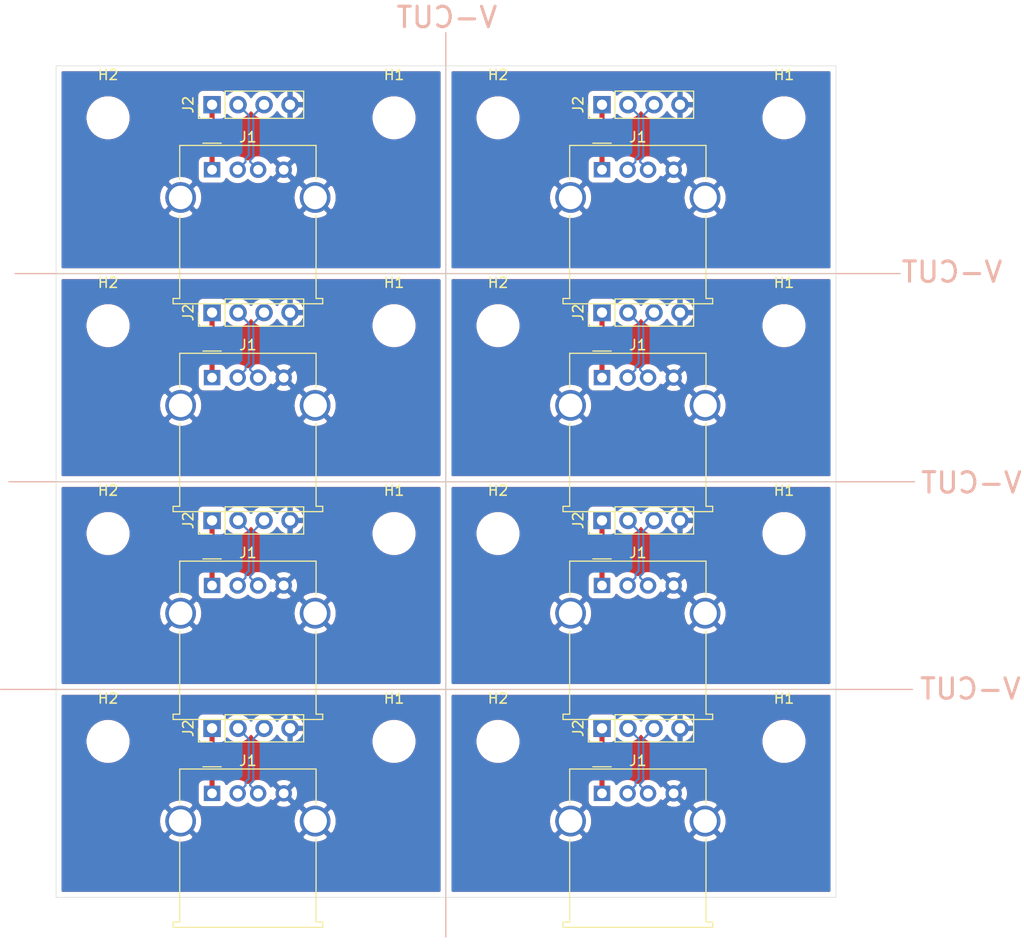
<source format=kicad_pcb>
(kicad_pcb (version 20171130) (host pcbnew "(5.1.6)-1")
  (layers (0 F.Cu signal) (31 B.Cu signal) (34 B.Paste user) (35 F.Paste user) (36 B.SilkS user) (37 F.SilkS user) (38 B.Mask user) (39 F.Mask user) (44 Edge.Cuts user))
  (net 0 "")
  (net 1 GND)
  (net 2 CAN+)
  (net 3 CAN-)
  (net 4 +5V)
  (module MountingHole:MountingHole_3.2mm_M3 (layer F.Cu) (at 134.3 70.32)
    (fp_text reference H2 (at 0 -4.2) (layer F.SilkS))
    (fp_text value MountingHole)
    (pad 1 np_thru_hole circle (at 0 0) (size 3.2 3.2) (drill 3.2) (layers *.Cu *.Mask))
  )
  (module MountingHole:MountingHole_3.2mm_M3 (layer F.Cu) (at 96.2 70.32)
    (fp_text reference H2 (at 0 -4.2) (layer F.SilkS))
    (fp_text value MountingHole)
    (pad 1 np_thru_hole circle (at 0 0) (size 3.2 3.2) (drill 3.2) (layers *.Cu *.Mask))
  )
  (module MountingHole:MountingHole_3.2mm_M3 (layer F.Cu) (at 134.3 90.64)
    (fp_text reference H2 (at 0 -4.2) (layer F.SilkS))
    (fp_text value MountingHole)
    (pad 1 np_thru_hole circle (at 0 0) (size 3.2 3.2) (drill 3.2) (layers *.Cu *.Mask))
  )
  (module MountingHole:MountingHole_3.2mm_M3 (layer F.Cu) (at 96.2 90.64)
    (fp_text reference H2 (at 0 -4.2) (layer F.SilkS))
    (fp_text value MountingHole)
    (pad 1 np_thru_hole circle (at 0 0) (size 3.2 3.2) (drill 3.2) (layers *.Cu *.Mask))
  )
  (module MountingHole:MountingHole_3.2mm_M3 (layer F.Cu) (at 134.3 110.96)
    (fp_text reference H2 (at 0 -4.2) (layer F.SilkS))
    (fp_text value MountingHole)
    (pad 1 np_thru_hole circle (at 0 0) (size 3.2 3.2) (drill 3.2) (layers *.Cu *.Mask))
  )
  (module MountingHole:MountingHole_3.2mm_M3 (layer F.Cu) (at 96.2 110.96)
    (fp_text reference H2 (at 0 -4.2) (layer F.SilkS))
    (fp_text value MountingHole)
    (pad 1 np_thru_hole circle (at 0 0) (size 3.2 3.2) (drill 3.2) (layers *.Cu *.Mask))
  )
  (module MountingHole:MountingHole_3.2mm_M3 (layer F.Cu) (at 134.3 131.28)
    (fp_text reference H2 (at 0 -4.2) (layer F.SilkS))
    (fp_text value MountingHole)
    (pad 1 np_thru_hole circle (at 0 0) (size 3.2 3.2) (drill 3.2) (layers *.Cu *.Mask))
  )
  (module Connector_USB:USB_A_Molex_67643_Horizontal (layer F.Cu) (at 144.46 75.4)
    (fp_text reference J1 (at 3.5 -3.19) (layer F.SilkS))
    (fp_text value USB_A)
    (fp_line (start -3.16 12.58) (end -3.16 4.47) (layer F.SilkS) (width 0.12))
    (fp_line (start -3.16 12.58) (end -3.81 12.58) (layer F.SilkS) (width 0.12))
    (fp_line (start -3.16 -2.38) (end 10.16 -2.38) (layer F.SilkS) (width 0.12))
    (fp_line (start -3.16 -2.38) (end -3.16 0.95) (layer F.SilkS) (width 0.12))
    (fp_line (start 10.16 -2.38) (end 10.16 0.95) (layer F.SilkS) (width 0.12))
    (fp_line (start 10.81 13.1) (end 10.81 12.58) (layer F.SilkS) (width 0.12))
    (fp_line (start -3.81 13.1) (end 10.81 13.1) (layer F.SilkS) (width 0.12))
    (fp_line (start 10.16 4.47) (end 10.16 12.58) (layer F.SilkS) (width 0.12))
    (fp_line (start -3.81 12.58) (end -3.81 13.1) (layer F.SilkS) (width 0.12))
    (fp_line (start 10.81 12.58) (end 10.16 12.58) (layer F.SilkS) (width 0.12))
    (fp_line (start -0.9 -2.6) (end 0.9 -2.6) (layer F.SilkS) (width 0.12))
    (pad 5 thru_hole circle (at -3.07 2.71) (size 3 3) (drill 2.3) (layers *.Cu *.Mask) (net 1 GND))
    (pad 5 thru_hole circle (at 10.07 2.71) (size 3 3) (drill 2.3) (layers *.Cu *.Mask) (net 1 GND))
    (pad 1 thru_hole rect (at 0 0) (size 1.6 1.5) (drill 0.95) (layers *.Cu *.Mask) (net 4 +5V))
    (pad 2 thru_hole circle (at 2.5 0) (size 1.6 1.6) (drill 0.95) (layers *.Cu *.Mask) (net 3 CAN-))
    (pad 3 thru_hole circle (at 4.5 0) (size 1.6 1.6) (drill 0.95) (layers *.Cu *.Mask) (net 2 CAN+))
    (pad 4 thru_hole circle (at 7 0) (size 1.6 1.6) (drill 0.95) (layers *.Cu *.Mask) (net 1 GND))
  )
  (module Connector_USB:USB_A_Molex_67643_Horizontal (layer F.Cu) (at 106.36 75.4)
    (fp_text reference J1 (at 3.5 -3.19) (layer F.SilkS))
    (fp_text value USB_A)
    (fp_line (start -3.16 12.58) (end -3.16 4.47) (layer F.SilkS) (width 0.12))
    (fp_line (start -3.16 12.58) (end -3.81 12.58) (layer F.SilkS) (width 0.12))
    (fp_line (start -3.16 -2.38) (end 10.16 -2.38) (layer F.SilkS) (width 0.12))
    (fp_line (start -3.16 -2.38) (end -3.16 0.95) (layer F.SilkS) (width 0.12))
    (fp_line (start 10.16 -2.38) (end 10.16 0.95) (layer F.SilkS) (width 0.12))
    (fp_line (start 10.81 13.1) (end 10.81 12.58) (layer F.SilkS) (width 0.12))
    (fp_line (start -3.81 13.1) (end 10.81 13.1) (layer F.SilkS) (width 0.12))
    (fp_line (start 10.16 4.47) (end 10.16 12.58) (layer F.SilkS) (width 0.12))
    (fp_line (start -3.81 12.58) (end -3.81 13.1) (layer F.SilkS) (width 0.12))
    (fp_line (start 10.81 12.58) (end 10.16 12.58) (layer F.SilkS) (width 0.12))
    (fp_line (start -0.9 -2.6) (end 0.9 -2.6) (layer F.SilkS) (width 0.12))
    (pad 5 thru_hole circle (at -3.07 2.71) (size 3 3) (drill 2.3) (layers *.Cu *.Mask) (net 1 GND))
    (pad 5 thru_hole circle (at 10.07 2.71) (size 3 3) (drill 2.3) (layers *.Cu *.Mask) (net 1 GND))
    (pad 1 thru_hole rect (at 0 0) (size 1.6 1.5) (drill 0.95) (layers *.Cu *.Mask) (net 4 +5V))
    (pad 2 thru_hole circle (at 2.5 0) (size 1.6 1.6) (drill 0.95) (layers *.Cu *.Mask) (net 3 CAN-))
    (pad 3 thru_hole circle (at 4.5 0) (size 1.6 1.6) (drill 0.95) (layers *.Cu *.Mask) (net 2 CAN+))
    (pad 4 thru_hole circle (at 7 0) (size 1.6 1.6) (drill 0.95) (layers *.Cu *.Mask) (net 1 GND))
  )
  (module Connector_USB:USB_A_Molex_67643_Horizontal (layer F.Cu) (at 144.46 95.72)
    (fp_text reference J1 (at 3.5 -3.19) (layer F.SilkS))
    (fp_text value USB_A)
    (fp_line (start -3.16 12.58) (end -3.16 4.47) (layer F.SilkS) (width 0.12))
    (fp_line (start -3.16 12.58) (end -3.81 12.58) (layer F.SilkS) (width 0.12))
    (fp_line (start -3.16 -2.38) (end 10.16 -2.38) (layer F.SilkS) (width 0.12))
    (fp_line (start -3.16 -2.38) (end -3.16 0.95) (layer F.SilkS) (width 0.12))
    (fp_line (start 10.16 -2.38) (end 10.16 0.95) (layer F.SilkS) (width 0.12))
    (fp_line (start 10.81 13.1) (end 10.81 12.58) (layer F.SilkS) (width 0.12))
    (fp_line (start -3.81 13.1) (end 10.81 13.1) (layer F.SilkS) (width 0.12))
    (fp_line (start 10.16 4.47) (end 10.16 12.58) (layer F.SilkS) (width 0.12))
    (fp_line (start -3.81 12.58) (end -3.81 13.1) (layer F.SilkS) (width 0.12))
    (fp_line (start 10.81 12.58) (end 10.16 12.58) (layer F.SilkS) (width 0.12))
    (fp_line (start -0.9 -2.6) (end 0.9 -2.6) (layer F.SilkS) (width 0.12))
    (pad 5 thru_hole circle (at -3.07 2.71) (size 3 3) (drill 2.3) (layers *.Cu *.Mask) (net 1 GND))
    (pad 5 thru_hole circle (at 10.07 2.71) (size 3 3) (drill 2.3) (layers *.Cu *.Mask) (net 1 GND))
    (pad 1 thru_hole rect (at 0 0) (size 1.6 1.5) (drill 0.95) (layers *.Cu *.Mask) (net 4 +5V))
    (pad 2 thru_hole circle (at 2.5 0) (size 1.6 1.6) (drill 0.95) (layers *.Cu *.Mask) (net 3 CAN-))
    (pad 3 thru_hole circle (at 4.5 0) (size 1.6 1.6) (drill 0.95) (layers *.Cu *.Mask) (net 2 CAN+))
    (pad 4 thru_hole circle (at 7 0) (size 1.6 1.6) (drill 0.95) (layers *.Cu *.Mask) (net 1 GND))
  )
  (module Connector_USB:USB_A_Molex_67643_Horizontal (layer F.Cu) (at 106.36 95.72)
    (fp_text reference J1 (at 3.5 -3.19) (layer F.SilkS))
    (fp_text value USB_A)
    (fp_line (start -3.16 12.58) (end -3.16 4.47) (layer F.SilkS) (width 0.12))
    (fp_line (start -3.16 12.58) (end -3.81 12.58) (layer F.SilkS) (width 0.12))
    (fp_line (start -3.16 -2.38) (end 10.16 -2.38) (layer F.SilkS) (width 0.12))
    (fp_line (start -3.16 -2.38) (end -3.16 0.95) (layer F.SilkS) (width 0.12))
    (fp_line (start 10.16 -2.38) (end 10.16 0.95) (layer F.SilkS) (width 0.12))
    (fp_line (start 10.81 13.1) (end 10.81 12.58) (layer F.SilkS) (width 0.12))
    (fp_line (start -3.81 13.1) (end 10.81 13.1) (layer F.SilkS) (width 0.12))
    (fp_line (start 10.16 4.47) (end 10.16 12.58) (layer F.SilkS) (width 0.12))
    (fp_line (start -3.81 12.58) (end -3.81 13.1) (layer F.SilkS) (width 0.12))
    (fp_line (start 10.81 12.58) (end 10.16 12.58) (layer F.SilkS) (width 0.12))
    (fp_line (start -0.9 -2.6) (end 0.9 -2.6) (layer F.SilkS) (width 0.12))
    (pad 5 thru_hole circle (at -3.07 2.71) (size 3 3) (drill 2.3) (layers *.Cu *.Mask) (net 1 GND))
    (pad 5 thru_hole circle (at 10.07 2.71) (size 3 3) (drill 2.3) (layers *.Cu *.Mask) (net 1 GND))
    (pad 1 thru_hole rect (at 0 0) (size 1.6 1.5) (drill 0.95) (layers *.Cu *.Mask) (net 4 +5V))
    (pad 2 thru_hole circle (at 2.5 0) (size 1.6 1.6) (drill 0.95) (layers *.Cu *.Mask) (net 3 CAN-))
    (pad 3 thru_hole circle (at 4.5 0) (size 1.6 1.6) (drill 0.95) (layers *.Cu *.Mask) (net 2 CAN+))
    (pad 4 thru_hole circle (at 7 0) (size 1.6 1.6) (drill 0.95) (layers *.Cu *.Mask) (net 1 GND))
  )
  (module Connector_USB:USB_A_Molex_67643_Horizontal (layer F.Cu) (at 144.46 116.04)
    (fp_text reference J1 (at 3.5 -3.19) (layer F.SilkS))
    (fp_text value USB_A)
    (fp_line (start -3.16 12.58) (end -3.16 4.47) (layer F.SilkS) (width 0.12))
    (fp_line (start -3.16 12.58) (end -3.81 12.58) (layer F.SilkS) (width 0.12))
    (fp_line (start -3.16 -2.38) (end 10.16 -2.38) (layer F.SilkS) (width 0.12))
    (fp_line (start -3.16 -2.38) (end -3.16 0.95) (layer F.SilkS) (width 0.12))
    (fp_line (start 10.16 -2.38) (end 10.16 0.95) (layer F.SilkS) (width 0.12))
    (fp_line (start 10.81 13.1) (end 10.81 12.58) (layer F.SilkS) (width 0.12))
    (fp_line (start -3.81 13.1) (end 10.81 13.1) (layer F.SilkS) (width 0.12))
    (fp_line (start 10.16 4.47) (end 10.16 12.58) (layer F.SilkS) (width 0.12))
    (fp_line (start -3.81 12.58) (end -3.81 13.1) (layer F.SilkS) (width 0.12))
    (fp_line (start 10.81 12.58) (end 10.16 12.58) (layer F.SilkS) (width 0.12))
    (fp_line (start -0.9 -2.6) (end 0.9 -2.6) (layer F.SilkS) (width 0.12))
    (pad 5 thru_hole circle (at -3.07 2.71) (size 3 3) (drill 2.3) (layers *.Cu *.Mask) (net 1 GND))
    (pad 5 thru_hole circle (at 10.07 2.71) (size 3 3) (drill 2.3) (layers *.Cu *.Mask) (net 1 GND))
    (pad 1 thru_hole rect (at 0 0) (size 1.6 1.5) (drill 0.95) (layers *.Cu *.Mask) (net 4 +5V))
    (pad 2 thru_hole circle (at 2.5 0) (size 1.6 1.6) (drill 0.95) (layers *.Cu *.Mask) (net 3 CAN-))
    (pad 3 thru_hole circle (at 4.5 0) (size 1.6 1.6) (drill 0.95) (layers *.Cu *.Mask) (net 2 CAN+))
    (pad 4 thru_hole circle (at 7 0) (size 1.6 1.6) (drill 0.95) (layers *.Cu *.Mask) (net 1 GND))
  )
  (module Connector_USB:USB_A_Molex_67643_Horizontal (layer F.Cu) (at 106.36 116.04)
    (fp_text reference J1 (at 3.5 -3.19) (layer F.SilkS))
    (fp_text value USB_A)
    (fp_line (start -3.16 12.58) (end -3.16 4.47) (layer F.SilkS) (width 0.12))
    (fp_line (start -3.16 12.58) (end -3.81 12.58) (layer F.SilkS) (width 0.12))
    (fp_line (start -3.16 -2.38) (end 10.16 -2.38) (layer F.SilkS) (width 0.12))
    (fp_line (start -3.16 -2.38) (end -3.16 0.95) (layer F.SilkS) (width 0.12))
    (fp_line (start 10.16 -2.38) (end 10.16 0.95) (layer F.SilkS) (width 0.12))
    (fp_line (start 10.81 13.1) (end 10.81 12.58) (layer F.SilkS) (width 0.12))
    (fp_line (start -3.81 13.1) (end 10.81 13.1) (layer F.SilkS) (width 0.12))
    (fp_line (start 10.16 4.47) (end 10.16 12.58) (layer F.SilkS) (width 0.12))
    (fp_line (start -3.81 12.58) (end -3.81 13.1) (layer F.SilkS) (width 0.12))
    (fp_line (start 10.81 12.58) (end 10.16 12.58) (layer F.SilkS) (width 0.12))
    (fp_line (start -0.9 -2.6) (end 0.9 -2.6) (layer F.SilkS) (width 0.12))
    (pad 5 thru_hole circle (at -3.07 2.71) (size 3 3) (drill 2.3) (layers *.Cu *.Mask) (net 1 GND))
    (pad 5 thru_hole circle (at 10.07 2.71) (size 3 3) (drill 2.3) (layers *.Cu *.Mask) (net 1 GND))
    (pad 1 thru_hole rect (at 0 0) (size 1.6 1.5) (drill 0.95) (layers *.Cu *.Mask) (net 4 +5V))
    (pad 2 thru_hole circle (at 2.5 0) (size 1.6 1.6) (drill 0.95) (layers *.Cu *.Mask) (net 3 CAN-))
    (pad 3 thru_hole circle (at 4.5 0) (size 1.6 1.6) (drill 0.95) (layers *.Cu *.Mask) (net 2 CAN+))
    (pad 4 thru_hole circle (at 7 0) (size 1.6 1.6) (drill 0.95) (layers *.Cu *.Mask) (net 1 GND))
  )
  (module Connector_USB:USB_A_Molex_67643_Horizontal (layer F.Cu) (at 144.46 136.36)
    (fp_text reference J1 (at 3.5 -3.19) (layer F.SilkS))
    (fp_text value USB_A)
    (fp_line (start -3.16 12.58) (end -3.16 4.47) (layer F.SilkS) (width 0.12))
    (fp_line (start -3.16 12.58) (end -3.81 12.58) (layer F.SilkS) (width 0.12))
    (fp_line (start -3.16 -2.38) (end 10.16 -2.38) (layer F.SilkS) (width 0.12))
    (fp_line (start -3.16 -2.38) (end -3.16 0.95) (layer F.SilkS) (width 0.12))
    (fp_line (start 10.16 -2.38) (end 10.16 0.95) (layer F.SilkS) (width 0.12))
    (fp_line (start 10.81 13.1) (end 10.81 12.58) (layer F.SilkS) (width 0.12))
    (fp_line (start -3.81 13.1) (end 10.81 13.1) (layer F.SilkS) (width 0.12))
    (fp_line (start 10.16 4.47) (end 10.16 12.58) (layer F.SilkS) (width 0.12))
    (fp_line (start -3.81 12.58) (end -3.81 13.1) (layer F.SilkS) (width 0.12))
    (fp_line (start 10.81 12.58) (end 10.16 12.58) (layer F.SilkS) (width 0.12))
    (fp_line (start -0.9 -2.6) (end 0.9 -2.6) (layer F.SilkS) (width 0.12))
    (pad 5 thru_hole circle (at -3.07 2.71) (size 3 3) (drill 2.3) (layers *.Cu *.Mask) (net 1 GND))
    (pad 5 thru_hole circle (at 10.07 2.71) (size 3 3) (drill 2.3) (layers *.Cu *.Mask) (net 1 GND))
    (pad 1 thru_hole rect (at 0 0) (size 1.6 1.5) (drill 0.95) (layers *.Cu *.Mask) (net 4 +5V))
    (pad 2 thru_hole circle (at 2.5 0) (size 1.6 1.6) (drill 0.95) (layers *.Cu *.Mask) (net 3 CAN-))
    (pad 3 thru_hole circle (at 4.5 0) (size 1.6 1.6) (drill 0.95) (layers *.Cu *.Mask) (net 2 CAN+))
    (pad 4 thru_hole circle (at 7 0) (size 1.6 1.6) (drill 0.95) (layers *.Cu *.Mask) (net 1 GND))
  )
  (module Connector_PinHeader_2.54mm:PinHeader_1x04_P2.54mm_Vertical (layer F.Cu) (at 144.46 69.04 90)
    (fp_text reference J2 (at 0 -2.33 90) (layer F.SilkS))
    (fp_text value Conn_01x04)
    (fp_line (start -1.33 8.95) (end 1.33 8.95) (layer F.SilkS) (width 0.12))
    (fp_line (start -1.33 1.27) (end -1.33 8.95) (layer F.SilkS) (width 0.12))
    (fp_line (start 1.33 1.27) (end 1.33 8.95) (layer F.SilkS) (width 0.12))
    (fp_line (start -1.33 1.27) (end 1.33 1.27) (layer F.SilkS) (width 0.12))
    (fp_line (start -1.33 0) (end -1.33 -1.33) (layer F.SilkS) (width 0.12))
    (fp_line (start -1.33 -1.33) (end 0 -1.33) (layer F.SilkS) (width 0.12))
    (pad 1 thru_hole rect (at 0 0 90) (size 1.7 1.7) (drill 1) (layers *.Cu *.Mask) (net 4 +5V))
    (pad 2 thru_hole oval (at 0 2.54 90) (size 1.7 1.7) (drill 1) (layers *.Cu *.Mask) (net 3 CAN-))
    (pad 3 thru_hole oval (at 0 5.08 90) (size 1.7 1.7) (drill 1) (layers *.Cu *.Mask) (net 2 CAN+))
    (pad 4 thru_hole oval (at 0 7.62 90) (size 1.7 1.7) (drill 1) (layers *.Cu *.Mask) (net 1 GND))
  )
  (module Connector_PinHeader_2.54mm:PinHeader_1x04_P2.54mm_Vertical (layer F.Cu) (at 106.36 69.04 90)
    (fp_text reference J2 (at 0 -2.33 90) (layer F.SilkS))
    (fp_text value Conn_01x04)
    (fp_line (start -1.33 8.95) (end 1.33 8.95) (layer F.SilkS) (width 0.12))
    (fp_line (start -1.33 1.27) (end -1.33 8.95) (layer F.SilkS) (width 0.12))
    (fp_line (start 1.33 1.27) (end 1.33 8.95) (layer F.SilkS) (width 0.12))
    (fp_line (start -1.33 1.27) (end 1.33 1.27) (layer F.SilkS) (width 0.12))
    (fp_line (start -1.33 0) (end -1.33 -1.33) (layer F.SilkS) (width 0.12))
    (fp_line (start -1.33 -1.33) (end 0 -1.33) (layer F.SilkS) (width 0.12))
    (pad 1 thru_hole rect (at 0 0 90) (size 1.7 1.7) (drill 1) (layers *.Cu *.Mask) (net 4 +5V))
    (pad 2 thru_hole oval (at 0 2.54 90) (size 1.7 1.7) (drill 1) (layers *.Cu *.Mask) (net 3 CAN-))
    (pad 3 thru_hole oval (at 0 5.08 90) (size 1.7 1.7) (drill 1) (layers *.Cu *.Mask) (net 2 CAN+))
    (pad 4 thru_hole oval (at 0 7.62 90) (size 1.7 1.7) (drill 1) (layers *.Cu *.Mask) (net 1 GND))
  )
  (module Connector_PinHeader_2.54mm:PinHeader_1x04_P2.54mm_Vertical (layer F.Cu) (at 144.46 89.36 90)
    (fp_text reference J2 (at 0 -2.33 90) (layer F.SilkS))
    (fp_text value Conn_01x04)
    (fp_line (start -1.33 8.95) (end 1.33 8.95) (layer F.SilkS) (width 0.12))
    (fp_line (start -1.33 1.27) (end -1.33 8.95) (layer F.SilkS) (width 0.12))
    (fp_line (start 1.33 1.27) (end 1.33 8.95) (layer F.SilkS) (width 0.12))
    (fp_line (start -1.33 1.27) (end 1.33 1.27) (layer F.SilkS) (width 0.12))
    (fp_line (start -1.33 0) (end -1.33 -1.33) (layer F.SilkS) (width 0.12))
    (fp_line (start -1.33 -1.33) (end 0 -1.33) (layer F.SilkS) (width 0.12))
    (pad 1 thru_hole rect (at 0 0 90) (size 1.7 1.7) (drill 1) (layers *.Cu *.Mask) (net 4 +5V))
    (pad 2 thru_hole oval (at 0 2.54 90) (size 1.7 1.7) (drill 1) (layers *.Cu *.Mask) (net 3 CAN-))
    (pad 3 thru_hole oval (at 0 5.08 90) (size 1.7 1.7) (drill 1) (layers *.Cu *.Mask) (net 2 CAN+))
    (pad 4 thru_hole oval (at 0 7.62 90) (size 1.7 1.7) (drill 1) (layers *.Cu *.Mask) (net 1 GND))
  )
  (module Connector_PinHeader_2.54mm:PinHeader_1x04_P2.54mm_Vertical (layer F.Cu) (at 106.36 89.36 90)
    (fp_text reference J2 (at 0 -2.33 90) (layer F.SilkS))
    (fp_text value Conn_01x04)
    (fp_line (start -1.33 8.95) (end 1.33 8.95) (layer F.SilkS) (width 0.12))
    (fp_line (start -1.33 1.27) (end -1.33 8.95) (layer F.SilkS) (width 0.12))
    (fp_line (start 1.33 1.27) (end 1.33 8.95) (layer F.SilkS) (width 0.12))
    (fp_line (start -1.33 1.27) (end 1.33 1.27) (layer F.SilkS) (width 0.12))
    (fp_line (start -1.33 0) (end -1.33 -1.33) (layer F.SilkS) (width 0.12))
    (fp_line (start -1.33 -1.33) (end 0 -1.33) (layer F.SilkS) (width 0.12))
    (pad 1 thru_hole rect (at 0 0 90) (size 1.7 1.7) (drill 1) (layers *.Cu *.Mask) (net 4 +5V))
    (pad 2 thru_hole oval (at 0 2.54 90) (size 1.7 1.7) (drill 1) (layers *.Cu *.Mask) (net 3 CAN-))
    (pad 3 thru_hole oval (at 0 5.08 90) (size 1.7 1.7) (drill 1) (layers *.Cu *.Mask) (net 2 CAN+))
    (pad 4 thru_hole oval (at 0 7.62 90) (size 1.7 1.7) (drill 1) (layers *.Cu *.Mask) (net 1 GND))
  )
  (module Connector_PinHeader_2.54mm:PinHeader_1x04_P2.54mm_Vertical (layer F.Cu) (at 144.46 109.68 90)
    (fp_text reference J2 (at 0 -2.33 90) (layer F.SilkS))
    (fp_text value Conn_01x04)
    (fp_line (start -1.33 8.95) (end 1.33 8.95) (layer F.SilkS) (width 0.12))
    (fp_line (start -1.33 1.27) (end -1.33 8.95) (layer F.SilkS) (width 0.12))
    (fp_line (start 1.33 1.27) (end 1.33 8.95) (layer F.SilkS) (width 0.12))
    (fp_line (start -1.33 1.27) (end 1.33 1.27) (layer F.SilkS) (width 0.12))
    (fp_line (start -1.33 0) (end -1.33 -1.33) (layer F.SilkS) (width 0.12))
    (fp_line (start -1.33 -1.33) (end 0 -1.33) (layer F.SilkS) (width 0.12))
    (pad 1 thru_hole rect (at 0 0 90) (size 1.7 1.7) (drill 1) (layers *.Cu *.Mask) (net 4 +5V))
    (pad 2 thru_hole oval (at 0 2.54 90) (size 1.7 1.7) (drill 1) (layers *.Cu *.Mask) (net 3 CAN-))
    (pad 3 thru_hole oval (at 0 5.08 90) (size 1.7 1.7) (drill 1) (layers *.Cu *.Mask) (net 2 CAN+))
    (pad 4 thru_hole oval (at 0 7.62 90) (size 1.7 1.7) (drill 1) (layers *.Cu *.Mask) (net 1 GND))
  )
  (module Connector_PinHeader_2.54mm:PinHeader_1x04_P2.54mm_Vertical (layer F.Cu) (at 106.36 109.68 90)
    (fp_text reference J2 (at 0 -2.33 90) (layer F.SilkS))
    (fp_text value Conn_01x04)
    (fp_line (start -1.33 8.95) (end 1.33 8.95) (layer F.SilkS) (width 0.12))
    (fp_line (start -1.33 1.27) (end -1.33 8.95) (layer F.SilkS) (width 0.12))
    (fp_line (start 1.33 1.27) (end 1.33 8.95) (layer F.SilkS) (width 0.12))
    (fp_line (start -1.33 1.27) (end 1.33 1.27) (layer F.SilkS) (width 0.12))
    (fp_line (start -1.33 0) (end -1.33 -1.33) (layer F.SilkS) (width 0.12))
    (fp_line (start -1.33 -1.33) (end 0 -1.33) (layer F.SilkS) (width 0.12))
    (pad 1 thru_hole rect (at 0 0 90) (size 1.7 1.7) (drill 1) (layers *.Cu *.Mask) (net 4 +5V))
    (pad 2 thru_hole oval (at 0 2.54 90) (size 1.7 1.7) (drill 1) (layers *.Cu *.Mask) (net 3 CAN-))
    (pad 3 thru_hole oval (at 0 5.08 90) (size 1.7 1.7) (drill 1) (layers *.Cu *.Mask) (net 2 CAN+))
    (pad 4 thru_hole oval (at 0 7.62 90) (size 1.7 1.7) (drill 1) (layers *.Cu *.Mask) (net 1 GND))
  )
  (module Connector_PinHeader_2.54mm:PinHeader_1x04_P2.54mm_Vertical (layer F.Cu) (at 144.46 130 90)
    (fp_text reference J2 (at 0 -2.33 90) (layer F.SilkS))
    (fp_text value Conn_01x04)
    (fp_line (start -1.33 8.95) (end 1.33 8.95) (layer F.SilkS) (width 0.12))
    (fp_line (start -1.33 1.27) (end -1.33 8.95) (layer F.SilkS) (width 0.12))
    (fp_line (start 1.33 1.27) (end 1.33 8.95) (layer F.SilkS) (width 0.12))
    (fp_line (start -1.33 1.27) (end 1.33 1.27) (layer F.SilkS) (width 0.12))
    (fp_line (start -1.33 0) (end -1.33 -1.33) (layer F.SilkS) (width 0.12))
    (fp_line (start -1.33 -1.33) (end 0 -1.33) (layer F.SilkS) (width 0.12))
    (pad 1 thru_hole rect (at 0 0 90) (size 1.7 1.7) (drill 1) (layers *.Cu *.Mask) (net 4 +5V))
    (pad 2 thru_hole oval (at 0 2.54 90) (size 1.7 1.7) (drill 1) (layers *.Cu *.Mask) (net 3 CAN-))
    (pad 3 thru_hole oval (at 0 5.08 90) (size 1.7 1.7) (drill 1) (layers *.Cu *.Mask) (net 2 CAN+))
    (pad 4 thru_hole oval (at 0 7.62 90) (size 1.7 1.7) (drill 1) (layers *.Cu *.Mask) (net 1 GND))
  )
  (module MountingHole:MountingHole_3.2mm_M3 (layer F.Cu) (at 162.24 70.32)
    (fp_text reference H1 (at 0 -4.2) (layer F.SilkS))
    (fp_text value MountingHole)
    (pad 1 np_thru_hole circle (at 0 0) (size 3.2 3.2) (drill 3.2) (layers *.Cu *.Mask))
  )
  (module MountingHole:MountingHole_3.2mm_M3 (layer F.Cu) (at 124.14 70.32)
    (fp_text reference H1 (at 0 -4.2) (layer F.SilkS))
    (fp_text value MountingHole)
    (pad 1 np_thru_hole circle (at 0 0) (size 3.2 3.2) (drill 3.2) (layers *.Cu *.Mask))
  )
  (module MountingHole:MountingHole_3.2mm_M3 (layer F.Cu) (at 162.24 90.64)
    (fp_text reference H1 (at 0 -4.2) (layer F.SilkS))
    (fp_text value MountingHole)
    (pad 1 np_thru_hole circle (at 0 0) (size 3.2 3.2) (drill 3.2) (layers *.Cu *.Mask))
  )
  (module MountingHole:MountingHole_3.2mm_M3 (layer F.Cu) (at 124.14 90.64)
    (fp_text reference H1 (at 0 -4.2) (layer F.SilkS))
    (fp_text value MountingHole)
    (pad 1 np_thru_hole circle (at 0 0) (size 3.2 3.2) (drill 3.2) (layers *.Cu *.Mask))
  )
  (module MountingHole:MountingHole_3.2mm_M3 (layer F.Cu) (at 162.24 110.96)
    (fp_text reference H1 (at 0 -4.2) (layer F.SilkS))
    (fp_text value MountingHole)
    (pad 1 np_thru_hole circle (at 0 0) (size 3.2 3.2) (drill 3.2) (layers *.Cu *.Mask))
  )
  (module MountingHole:MountingHole_3.2mm_M3 (layer F.Cu) (at 124.14 110.96)
    (fp_text reference H1 (at 0 -4.2) (layer F.SilkS))
    (fp_text value MountingHole)
    (pad 1 np_thru_hole circle (at 0 0) (size 3.2 3.2) (drill 3.2) (layers *.Cu *.Mask))
  )
  (module MountingHole:MountingHole_3.2mm_M3 (layer F.Cu) (at 162.24 131.28)
    (fp_text reference H1 (at 0 -4.2) (layer F.SilkS))
    (fp_text value MountingHole)
    (pad 1 np_thru_hole circle (at 0 0) (size 3.2 3.2) (drill 3.2) (layers *.Cu *.Mask))
  )
  (module MountingHole:MountingHole_3.2mm_M3 (layer F.Cu) (at 124.14 131.28)
    (fp_text reference H1 (at 0 -4.2) (layer F.SilkS))
    (fp_text value MountingHole)
    (pad 1 np_thru_hole circle (at 0 0) (size 3.2 3.2) (drill 3.2) (layers *.Cu *.Mask))
  )
  (module Connector_PinHeader_2.54mm:PinHeader_1x04_P2.54mm_Vertical (layer F.Cu) (at 106.36 130 90)
    (fp_text reference J2 (at 0 -2.33 90) (layer F.SilkS))
    (fp_text value Conn_01x04)
    (fp_line (start -1.33 -1.33) (end 0 -1.33) (layer F.SilkS) (width 0.12))
    (fp_line (start -1.33 0) (end -1.33 -1.33) (layer F.SilkS) (width 0.12))
    (fp_line (start -1.33 1.27) (end 1.33 1.27) (layer F.SilkS) (width 0.12))
    (fp_line (start 1.33 1.27) (end 1.33 8.95) (layer F.SilkS) (width 0.12))
    (fp_line (start -1.33 1.27) (end -1.33 8.95) (layer F.SilkS) (width 0.12))
    (fp_line (start -1.33 8.95) (end 1.33 8.95) (layer F.SilkS) (width 0.12))
    (pad 4 thru_hole oval (at 0 7.62 90) (size 1.7 1.7) (drill 1) (layers *.Cu *.Mask) (net 1 GND))
    (pad 3 thru_hole oval (at 0 5.08 90) (size 1.7 1.7) (drill 1) (layers *.Cu *.Mask) (net 2 CAN+))
    (pad 2 thru_hole oval (at 0 2.54 90) (size 1.7 1.7) (drill 1) (layers *.Cu *.Mask) (net 3 CAN-))
    (pad 1 thru_hole rect (at 0 0 90) (size 1.7 1.7) (drill 1) (layers *.Cu *.Mask) (net 4 +5V))
  )
  (module Connector_USB:USB_A_Molex_67643_Horizontal (layer F.Cu) (at 106.36 136.36)
    (fp_text reference J1 (at 3.5 -3.19) (layer F.SilkS))
    (fp_text value USB_A)
    (fp_line (start -0.9 -2.6) (end 0.9 -2.6) (layer F.SilkS) (width 0.12))
    (fp_line (start 10.81 12.58) (end 10.16 12.58) (layer F.SilkS) (width 0.12))
    (fp_line (start -3.81 12.58) (end -3.81 13.1) (layer F.SilkS) (width 0.12))
    (fp_line (start 10.16 4.47) (end 10.16 12.58) (layer F.SilkS) (width 0.12))
    (fp_line (start -3.81 13.1) (end 10.81 13.1) (layer F.SilkS) (width 0.12))
    (fp_line (start 10.81 13.1) (end 10.81 12.58) (layer F.SilkS) (width 0.12))
    (fp_line (start 10.16 -2.38) (end 10.16 0.95) (layer F.SilkS) (width 0.12))
    (fp_line (start -3.16 -2.38) (end -3.16 0.95) (layer F.SilkS) (width 0.12))
    (fp_line (start -3.16 -2.38) (end 10.16 -2.38) (layer F.SilkS) (width 0.12))
    (fp_line (start -3.16 12.58) (end -3.81 12.58) (layer F.SilkS) (width 0.12))
    (fp_line (start -3.16 12.58) (end -3.16 4.47) (layer F.SilkS) (width 0.12))
    (pad 4 thru_hole circle (at 7 0) (size 1.6 1.6) (drill 0.95) (layers *.Cu *.Mask) (net 1 GND))
    (pad 3 thru_hole circle (at 4.5 0) (size 1.6 1.6) (drill 0.95) (layers *.Cu *.Mask) (net 2 CAN+))
    (pad 2 thru_hole circle (at 2.5 0) (size 1.6 1.6) (drill 0.95) (layers *.Cu *.Mask) (net 3 CAN-))
    (pad 1 thru_hole rect (at 0 0) (size 1.6 1.5) (drill 0.95) (layers *.Cu *.Mask) (net 4 +5V))
    (pad 5 thru_hole circle (at 10.07 2.71) (size 3 3) (drill 2.3) (layers *.Cu *.Mask) (net 1 GND))
    (pad 5 thru_hole circle (at -3.07 2.71) (size 3 3) (drill 2.3) (layers *.Cu *.Mask) (net 1 GND))
  )
  (module MountingHole:MountingHole_3.2mm_M3 (layer F.Cu) (at 96.2 131.28)
    (fp_text reference H2 (at 0 -4.2) (layer F.SilkS))
    (fp_text value MountingHole)
    (pad 1 np_thru_hole circle (at 0 0) (size 3.2 3.2) (drill 3.2) (layers *.Cu *.Mask))
  )
  (gr_text V-CUT (at 180.45 126.15) (layer B.SilkS) (effects (font (size 2 2) (thickness 0.3)) (justify mirror)))
  (gr_text V-CUT (at 180.55 106) (layer B.SilkS) (effects (font (size 2 2) (thickness 0.3)) (justify mirror)))
  (gr_text V-CUT (at 178.65 85.4) (layer B.SilkS) (effects (font (size 2 2) (thickness 0.3)) (justify mirror)))
  (gr_line (start 85.7 126.2) (end 174.8 126.2) (layer B.SilkS) (width 0.12))
  (gr_line (start 86.5 105.9) (end 175 105.9) (layer B.SilkS) (width 0.12))
  (gr_line (start 87.1 85.55) (end 173.6 85.55) (layer B.SilkS) (width 0.12))
  (gr_text V-CUT (at 129.3 60.5) (layer B.SilkS) (effects (font (size 2 2) (thickness 0.3)) (justify mirror)))
  (gr_line (start 129.2 62) (end 129.2 150.4) (layer B.SilkS) (width 0.12))
  (gr_line (start 129.22 85.56) (end 129.22 65.24) (layer Edge.Cuts) (width 0.05))
  (gr_line (start 91.12 85.56) (end 91.12 65.24) (layer Edge.Cuts) (width 0.05))
  (gr_line (start 129.22 105.88) (end 129.22 85.56) (layer Edge.Cuts) (width 0.05))
  (gr_line (start 91.12 105.88) (end 91.12 85.56) (layer Edge.Cuts) (width 0.05))
  (gr_line (start 129.22 126.2) (end 129.22 105.88) (layer Edge.Cuts) (width 0.05))
  (gr_line (start 91.12 126.2) (end 91.12 105.88) (layer Edge.Cuts) (width 0.05))
  (gr_line (start 129.22 146.52) (end 129.22 126.2) (layer Edge.Cuts) (width 0.05))
  (gr_line (start 167.32 85.56) (end 129.22 85.56) (layer Edge.Cuts) (width 0.05))
  (gr_line (start 129.22 85.56) (end 91.12 85.56) (layer Edge.Cuts) (width 0.05))
  (gr_line (start 167.32 105.88) (end 129.22 105.88) (layer Edge.Cuts) (width 0.05))
  (gr_line (start 129.22 105.88) (end 91.12 105.88) (layer Edge.Cuts) (width 0.05))
  (gr_line (start 167.32 126.2) (end 129.22 126.2) (layer Edge.Cuts) (width 0.05))
  (gr_line (start 129.22 126.2) (end 91.12 126.2) (layer Edge.Cuts) (width 0.05))
  (gr_line (start 167.32 146.52) (end 129.22 146.52) (layer Edge.Cuts) (width 0.05))
  (gr_line (start 129.22 65.24) (end 167.32 65.24) (layer Edge.Cuts) (width 0.05))
  (gr_line (start 91.12 65.24) (end 129.22 65.24) (layer Edge.Cuts) (width 0.05))
  (gr_line (start 129.22 85.56) (end 167.32 85.56) (layer Edge.Cuts) (width 0.05))
  (gr_line (start 91.12 85.56) (end 129.22 85.56) (layer Edge.Cuts) (width 0.05))
  (gr_line (start 129.22 105.88) (end 167.32 105.88) (layer Edge.Cuts) (width 0.05))
  (gr_line (start 91.12 105.88) (end 129.22 105.88) (layer Edge.Cuts) (width 0.05))
  (gr_line (start 129.22 126.2) (end 167.32 126.2) (layer Edge.Cuts) (width 0.05))
  (gr_line (start 167.32 65.24) (end 167.32 85.56) (layer Edge.Cuts) (width 0.05))
  (gr_line (start 129.22 65.24) (end 129.22 85.56) (layer Edge.Cuts) (width 0.05))
  (gr_line (start 167.32 85.56) (end 167.32 105.88) (layer Edge.Cuts) (width 0.05))
  (gr_line (start 129.22 85.56) (end 129.22 105.88) (layer Edge.Cuts) (width 0.05))
  (gr_line (start 167.32 105.88) (end 167.32 126.2) (layer Edge.Cuts) (width 0.05))
  (gr_line (start 129.22 105.88) (end 129.22 126.2) (layer Edge.Cuts) (width 0.05))
  (gr_line (start 167.32 126.2) (end 167.32 146.52) (layer Edge.Cuts) (width 0.05))
  (gr_line (start 129.22 126.2) (end 129.22 146.52) (layer Edge.Cuts) (width 0.05))
  (gr_line (start 91.12 126.2) (end 129.22 126.2) (layer Edge.Cuts) (width 0.05))
  (gr_line (start 129.22 146.52) (end 91.12 146.52) (layer Edge.Cuts) (width 0.05))
  (gr_line (start 91.12 146.52) (end 91.12 126.2) (layer Edge.Cuts) (width 0.05))
  (segment (start 110.085 135.4332) (end 110.395 135.1232) (width 0.2) (layer B.Cu) (net 2))
  (segment (start 110.395 135.1232) (end 110.395 131.045) (width 0.2) (layer B.Cu) (net 2))
  (segment (start 110.395 131.045) (end 111.44 130) (width 0.2) (layer B.Cu) (net 2))
  (segment (start 110.085 135.585) (end 110.085 135.4332) (width 0.2) (layer B.Cu) (net 2))
  (segment (start 110.86 136.36) (end 110.085 135.585) (width 0.2) (layer B.Cu) (net 2))
  (segment (start 148.96 136.36) (end 148.185 135.585) (width 0.2) (layer B.Cu) (net 2))
  (segment (start 110.86 116.04) (end 110.085 115.265) (width 0.2) (layer B.Cu) (net 2))
  (segment (start 148.96 116.04) (end 148.185 115.265) (width 0.2) (layer B.Cu) (net 2))
  (segment (start 110.86 95.72) (end 110.085 94.945) (width 0.2) (layer B.Cu) (net 2))
  (segment (start 148.96 95.72) (end 148.185 94.945) (width 0.2) (layer B.Cu) (net 2))
  (segment (start 110.86 75.4) (end 110.085 74.625) (width 0.2) (layer B.Cu) (net 2))
  (segment (start 148.96 75.4) (end 148.185 74.625) (width 0.2) (layer B.Cu) (net 2))
  (segment (start 148.185 135.585) (end 148.185 135.4332) (width 0.2) (layer B.Cu) (net 2))
  (segment (start 110.085 115.265) (end 110.085 115.1132) (width 0.2) (layer B.Cu) (net 2))
  (segment (start 148.185 115.265) (end 148.185 115.1132) (width 0.2) (layer B.Cu) (net 2))
  (segment (start 110.085 94.945) (end 110.085 94.7932) (width 0.2) (layer B.Cu) (net 2))
  (segment (start 148.185 94.945) (end 148.185 94.7932) (width 0.2) (layer B.Cu) (net 2))
  (segment (start 110.085 74.625) (end 110.085 74.4732) (width 0.2) (layer B.Cu) (net 2))
  (segment (start 148.185 74.625) (end 148.185 74.4732) (width 0.2) (layer B.Cu) (net 2))
  (segment (start 148.495 131.045) (end 149.54 130) (width 0.2) (layer B.Cu) (net 2))
  (segment (start 110.395 110.725) (end 111.44 109.68) (width 0.2) (layer B.Cu) (net 2))
  (segment (start 148.495 110.725) (end 149.54 109.68) (width 0.2) (layer B.Cu) (net 2))
  (segment (start 110.395 90.405) (end 111.44 89.36) (width 0.2) (layer B.Cu) (net 2))
  (segment (start 148.495 90.405) (end 149.54 89.36) (width 0.2) (layer B.Cu) (net 2))
  (segment (start 110.395 70.085) (end 111.44 69.04) (width 0.2) (layer B.Cu) (net 2))
  (segment (start 148.495 70.085) (end 149.54 69.04) (width 0.2) (layer B.Cu) (net 2))
  (segment (start 148.495 135.1232) (end 148.495 131.045) (width 0.2) (layer B.Cu) (net 2))
  (segment (start 110.395 114.8032) (end 110.395 110.725) (width 0.2) (layer B.Cu) (net 2))
  (segment (start 148.495 114.8032) (end 148.495 110.725) (width 0.2) (layer B.Cu) (net 2))
  (segment (start 110.395 94.4832) (end 110.395 90.405) (width 0.2) (layer B.Cu) (net 2))
  (segment (start 148.495 94.4832) (end 148.495 90.405) (width 0.2) (layer B.Cu) (net 2))
  (segment (start 110.395 74.1632) (end 110.395 70.085) (width 0.2) (layer B.Cu) (net 2))
  (segment (start 148.495 74.1632) (end 148.495 70.085) (width 0.2) (layer B.Cu) (net 2))
  (segment (start 148.185 135.4332) (end 148.495 135.1232) (width 0.2) (layer B.Cu) (net 2))
  (segment (start 110.085 115.1132) (end 110.395 114.8032) (width 0.2) (layer B.Cu) (net 2))
  (segment (start 148.185 115.1132) (end 148.495 114.8032) (width 0.2) (layer B.Cu) (net 2))
  (segment (start 110.085 94.7932) (end 110.395 94.4832) (width 0.2) (layer B.Cu) (net 2))
  (segment (start 148.185 94.7932) (end 148.495 94.4832) (width 0.2) (layer B.Cu) (net 2))
  (segment (start 110.085 74.4732) (end 110.395 74.1632) (width 0.2) (layer B.Cu) (net 2))
  (segment (start 148.185 74.4732) (end 148.495 74.1632) (width 0.2) (layer B.Cu) (net 2))
  (segment (start 108.86 136.36) (end 109.635 135.585) (width 0.2) (layer B.Cu) (net 3))
  (segment (start 109.635 135.2468) (end 109.945 134.9368) (width 0.2) (layer B.Cu) (net 3))
  (segment (start 109.635 135.585) (end 109.635 135.2468) (width 0.2) (layer B.Cu) (net 3))
  (segment (start 109.945 131.045) (end 108.9 130) (width 0.2) (layer B.Cu) (net 3))
  (segment (start 109.945 134.9368) (end 109.945 131.045) (width 0.2) (layer B.Cu) (net 3))
  (segment (start 148.045 134.9368) (end 148.045 131.045) (width 0.2) (layer B.Cu) (net 3))
  (segment (start 109.945 114.6168) (end 109.945 110.725) (width 0.2) (layer B.Cu) (net 3))
  (segment (start 148.045 114.6168) (end 148.045 110.725) (width 0.2) (layer B.Cu) (net 3))
  (segment (start 109.945 94.2968) (end 109.945 90.405) (width 0.2) (layer B.Cu) (net 3))
  (segment (start 148.045 94.2968) (end 148.045 90.405) (width 0.2) (layer B.Cu) (net 3))
  (segment (start 109.945 73.9768) (end 109.945 70.085) (width 0.2) (layer B.Cu) (net 3))
  (segment (start 148.045 73.9768) (end 148.045 70.085) (width 0.2) (layer B.Cu) (net 3))
  (segment (start 148.045 131.045) (end 147 130) (width 0.2) (layer B.Cu) (net 3))
  (segment (start 109.945 110.725) (end 108.9 109.68) (width 0.2) (layer B.Cu) (net 3))
  (segment (start 148.045 110.725) (end 147 109.68) (width 0.2) (layer B.Cu) (net 3))
  (segment (start 109.945 90.405) (end 108.9 89.36) (width 0.2) (layer B.Cu) (net 3))
  (segment (start 148.045 90.405) (end 147 89.36) (width 0.2) (layer B.Cu) (net 3))
  (segment (start 109.945 70.085) (end 108.9 69.04) (width 0.2) (layer B.Cu) (net 3))
  (segment (start 148.045 70.085) (end 147 69.04) (width 0.2) (layer B.Cu) (net 3))
  (segment (start 147.735 135.585) (end 147.735 135.2468) (width 0.2) (layer B.Cu) (net 3))
  (segment (start 109.635 115.265) (end 109.635 114.9268) (width 0.2) (layer B.Cu) (net 3))
  (segment (start 147.735 115.265) (end 147.735 114.9268) (width 0.2) (layer B.Cu) (net 3))
  (segment (start 109.635 94.945) (end 109.635 94.6068) (width 0.2) (layer B.Cu) (net 3))
  (segment (start 147.735 94.945) (end 147.735 94.6068) (width 0.2) (layer B.Cu) (net 3))
  (segment (start 109.635 74.625) (end 109.635 74.2868) (width 0.2) (layer B.Cu) (net 3))
  (segment (start 147.735 74.625) (end 147.735 74.2868) (width 0.2) (layer B.Cu) (net 3))
  (segment (start 147.735 135.2468) (end 148.045 134.9368) (width 0.2) (layer B.Cu) (net 3))
  (segment (start 109.635 114.9268) (end 109.945 114.6168) (width 0.2) (layer B.Cu) (net 3))
  (segment (start 147.735 114.9268) (end 148.045 114.6168) (width 0.2) (layer B.Cu) (net 3))
  (segment (start 109.635 94.6068) (end 109.945 94.2968) (width 0.2) (layer B.Cu) (net 3))
  (segment (start 147.735 94.6068) (end 148.045 94.2968) (width 0.2) (layer B.Cu) (net 3))
  (segment (start 109.635 74.2868) (end 109.945 73.9768) (width 0.2) (layer B.Cu) (net 3))
  (segment (start 147.735 74.2868) (end 148.045 73.9768) (width 0.2) (layer B.Cu) (net 3))
  (segment (start 146.96 136.36) (end 147.735 135.585) (width 0.2) (layer B.Cu) (net 3))
  (segment (start 108.86 116.04) (end 109.635 115.265) (width 0.2) (layer B.Cu) (net 3))
  (segment (start 146.96 116.04) (end 147.735 115.265) (width 0.2) (layer B.Cu) (net 3))
  (segment (start 108.86 95.72) (end 109.635 94.945) (width 0.2) (layer B.Cu) (net 3))
  (segment (start 146.96 95.72) (end 147.735 94.945) (width 0.2) (layer B.Cu) (net 3))
  (segment (start 108.86 75.4) (end 109.635 74.625) (width 0.2) (layer B.Cu) (net 3))
  (segment (start 146.96 75.4) (end 147.735 74.625) (width 0.2) (layer B.Cu) (net 3))
  (segment (start 106.36 130) (end 106.36 136.36) (width 0.5) (layer F.Cu) (net 4))
  (segment (start 144.46 130) (end 144.46 136.36) (width 0.5) (layer F.Cu) (net 4))
  (segment (start 106.36 109.68) (end 106.36 116.04) (width 0.5) (layer F.Cu) (net 4))
  (segment (start 144.46 109.68) (end 144.46 116.04) (width 0.5) (layer F.Cu) (net 4))
  (segment (start 106.36 89.36) (end 106.36 95.72) (width 0.5) (layer F.Cu) (net 4))
  (segment (start 144.46 89.36) (end 144.46 95.72) (width 0.5) (layer F.Cu) (net 4))
  (segment (start 106.36 69.04) (end 106.36 75.4) (width 0.5) (layer F.Cu) (net 4))
  (segment (start 144.46 69.04) (end 144.46 75.4) (width 0.5) (layer F.Cu) (net 4))
  (zone (net 1) (net_name GND) (layer F.Cu) (priority 1) (connect_pads (clearance 0.508)) (min_thickness 0.254) (fill yes (arc_segments 32) (thermal_gap 0.508) (thermal_bridge_width 0.508))
    (polygon (pts (xy 131.76 149.06) (xy 88.58 149.06) (xy 88.58 123.66) (xy 131.76 123.66)))
  )
  (zone (net 1) (net_name GND) (layer B.Cu) (priority 1) (connect_pads (clearance 0.508)) (min_thickness 0.254) (fill yes (arc_segments 32) (thermal_gap 0.508) (thermal_bridge_width 0.508))
    (polygon (pts (xy 131.76 149.06) (xy 88.58 149.06) (xy 88.58 123.66) (xy 131.76 123.66)))
  )
  (zone (net 1) (net_name GND) (layer B.Cu) (priority 1) (connect_pads (clearance 0.508)) (min_thickness 0.254) (fill yes (arc_segments 32) (thermal_gap 0.508) (thermal_bridge_width 0.508))
    (polygon (pts (xy 169.86 149.06) (xy 126.68 149.06) (xy 126.68 123.66) (xy 169.86 123.66)))
  )
  (zone (net 1) (net_name GND) (layer B.Cu) (priority 1) (connect_pads (clearance 0.508)) (min_thickness 0.254) (fill yes (arc_segments 32) (thermal_gap 0.508) (thermal_bridge_width 0.508))
    (polygon (pts (xy 131.76 128.74) (xy 88.58 128.74) (xy 88.58 103.34) (xy 131.76 103.34)))
  )
  (zone (net 1) (net_name GND) (layer B.Cu) (priority 1) (connect_pads (clearance 0.508)) (min_thickness 0.254) (fill yes (arc_segments 32) (thermal_gap 0.508) (thermal_bridge_width 0.508))
    (polygon (pts (xy 169.86 128.74) (xy 126.68 128.74) (xy 126.68 103.34) (xy 169.86 103.34)))
  )
  (zone (net 1) (net_name GND) (layer B.Cu) (priority 1) (connect_pads (clearance 0.508)) (min_thickness 0.254) (fill yes (arc_segments 32) (thermal_gap 0.508) (thermal_bridge_width 0.508))
    (polygon (pts (xy 131.76 108.42) (xy 88.58 108.42) (xy 88.58 83.02) (xy 131.76 83.02)))
  )
  (zone (net 1) (net_name GND) (layer B.Cu) (priority 1) (connect_pads (clearance 0.508)) (min_thickness 0.254) (fill yes (arc_segments 32) (thermal_gap 0.508) (thermal_bridge_width 0.508))
    (polygon (pts (xy 169.86 108.42) (xy 126.68 108.42) (xy 126.68 83.02) (xy 169.86 83.02)))
  )
  (zone (net 1) (net_name GND) (layer B.Cu) (priority 1) (connect_pads (clearance 0.508)) (min_thickness 0.254) (fill yes (arc_segments 32) (thermal_gap 0.508) (thermal_bridge_width 0.508))
    (polygon (pts (xy 131.76 88.1) (xy 88.58 88.1) (xy 88.58 62.7) (xy 131.76 62.7)))
  )
  (zone (net 1) (net_name GND) (layer B.Cu) (priority 1) (connect_pads (clearance 0.508)) (min_thickness 0.254) (fill yes (arc_segments 32) (thermal_gap 0.508) (thermal_bridge_width 0.508))
    (polygon (pts (xy 169.86 88.1) (xy 126.68 88.1) (xy 126.68 62.7) (xy 169.86 62.7)))
  )
  (zone (net 1) (net_name GND) (layer F.Cu) (priority 1) (connect_pads (clearance 0.508)) (min_thickness 0.254) (fill yes (arc_segments 32) (thermal_gap 0.508) (thermal_bridge_width 0.508))
    (polygon (pts (xy 169.86 149.06) (xy 126.68 149.06) (xy 126.68 123.66) (xy 169.86 123.66)))
  )
  (zone (net 1) (net_name GND) (layer F.Cu) (priority 1) (connect_pads (clearance 0.508)) (min_thickness 0.254) (fill yes (arc_segments 32) (thermal_gap 0.508) (thermal_bridge_width 0.508))
    (polygon (pts (xy 131.76 128.74) (xy 88.58 128.74) (xy 88.58 103.34) (xy 131.76 103.34)))
  )
  (zone (net 1) (net_name GND) (layer F.Cu) (priority 1) (connect_pads (clearance 0.508)) (min_thickness 0.254) (fill yes (arc_segments 32) (thermal_gap 0.508) (thermal_bridge_width 0.508))
    (polygon (pts (xy 169.86 128.74) (xy 126.68 128.74) (xy 126.68 103.34) (xy 169.86 103.34)))
  )
  (zone (net 1) (net_name GND) (layer F.Cu) (priority 1) (connect_pads (clearance 0.508)) (min_thickness 0.254) (fill yes (arc_segments 32) (thermal_gap 0.508) (thermal_bridge_width 0.508))
    (polygon (pts (xy 131.76 108.42) (xy 88.58 108.42) (xy 88.58 83.02) (xy 131.76 83.02)))
  )
  (zone (net 1) (net_name GND) (layer F.Cu) (priority 1) (connect_pads (clearance 0.508)) (min_thickness 0.254) (fill yes (arc_segments 32) (thermal_gap 0.508) (thermal_bridge_width 0.508))
    (polygon (pts (xy 169.86 108.42) (xy 126.68 108.42) (xy 126.68 83.02) (xy 169.86 83.02)))
  )
  (zone (net 1) (net_name GND) (layer F.Cu) (priority 1) (connect_pads (clearance 0.508)) (min_thickness 0.254) (fill yes (arc_segments 32) (thermal_gap 0.508) (thermal_bridge_width 0.508))
    (polygon (pts (xy 131.76 88.1) (xy 88.58 88.1) (xy 88.58 62.7) (xy 131.76 62.7)))
  )
  (zone (net 1) (net_name GND) (layer F.Cu) (priority 1) (connect_pads (clearance 0.508)) (min_thickness 0.254) (fill yes (arc_segments 32) (thermal_gap 0.508) (thermal_bridge_width 0.508))
    (polygon (pts (xy 169.86 88.1) (xy 126.68 88.1) (xy 126.68 62.7) (xy 169.86 62.7)))
  )
)
</source>
